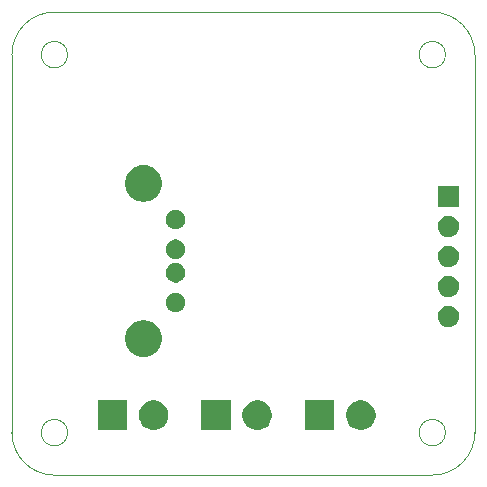
<source format=gbr>
%TF.GenerationSoftware,KiCad,Pcbnew,(5.1.5-0-10_14)*%
%TF.CreationDate,2020-09-17T17:23:34+02:00*%
%TF.ProjectId,power-routing,706f7765-722d-4726-9f75-74696e672e6b,rev?*%
%TF.SameCoordinates,Original*%
%TF.FileFunction,Soldermask,Bot*%
%TF.FilePolarity,Negative*%
%FSLAX46Y46*%
G04 Gerber Fmt 4.6, Leading zero omitted, Abs format (unit mm)*
G04 Created by KiCad (PCBNEW (5.1.5-0-10_14)) date 2020-09-17 17:23:34*
%MOMM*%
%LPD*%
G04 APERTURE LIST*
%ADD10C,0.050000*%
%ADD11C,0.150000*%
G04 APERTURE END LIST*
D10*
X189100000Y-109850000D02*
X189100000Y-77850000D01*
X224700000Y-113450000D02*
X192700000Y-113450000D01*
X228300000Y-77850000D02*
X228300000Y-109850000D01*
X192700000Y-74250000D02*
X224700000Y-74250000D01*
X189100000Y-77850000D02*
G75*
G02X192700000Y-74250000I3600000J0D01*
G01*
X192700000Y-113450000D02*
G75*
G02X189100000Y-109850000I0J3600000D01*
G01*
X228300000Y-109850000D02*
G75*
G02X224700000Y-113450000I-3600000J0D01*
G01*
X224700000Y-74250000D02*
G75*
G02X228300000Y-77850000I0J-3600000D01*
G01*
X225818034Y-109850000D02*
G75*
G03X225818034Y-109850000I-1118034J0D01*
G01*
X193818034Y-109850000D02*
G75*
G03X193818034Y-109850000I-1118034J0D01*
G01*
X225818034Y-77850000D02*
G75*
G03X225818034Y-77850000I-1118034J0D01*
G01*
X193818034Y-77850000D02*
G75*
G03X193818034Y-77850000I-1118034J0D01*
G01*
D11*
G36*
X219014903Y-107172075D02*
G01*
X219242571Y-107266378D01*
X219447466Y-107403285D01*
X219621715Y-107577534D01*
X219758622Y-107782429D01*
X219852925Y-108010097D01*
X219901000Y-108251787D01*
X219901000Y-108498213D01*
X219852925Y-108739903D01*
X219758622Y-108967571D01*
X219621715Y-109172466D01*
X219447466Y-109346715D01*
X219242571Y-109483622D01*
X219242570Y-109483623D01*
X219242569Y-109483623D01*
X219014903Y-109577925D01*
X218773214Y-109626000D01*
X218526786Y-109626000D01*
X218285097Y-109577925D01*
X218057431Y-109483623D01*
X218057430Y-109483623D01*
X218057429Y-109483622D01*
X217852534Y-109346715D01*
X217678285Y-109172466D01*
X217541378Y-108967571D01*
X217447075Y-108739903D01*
X217399000Y-108498213D01*
X217399000Y-108251787D01*
X217447075Y-108010097D01*
X217541378Y-107782429D01*
X217678285Y-107577534D01*
X217852534Y-107403285D01*
X218057429Y-107266378D01*
X218285097Y-107172075D01*
X218526786Y-107124000D01*
X218773214Y-107124000D01*
X219014903Y-107172075D01*
G37*
G36*
X216401000Y-109626000D02*
G01*
X213899000Y-109626000D01*
X213899000Y-107124000D01*
X216401000Y-107124000D01*
X216401000Y-109626000D01*
G37*
G36*
X210239903Y-107172075D02*
G01*
X210467571Y-107266378D01*
X210672466Y-107403285D01*
X210846715Y-107577534D01*
X210983622Y-107782429D01*
X211077925Y-108010097D01*
X211126000Y-108251787D01*
X211126000Y-108498213D01*
X211077925Y-108739903D01*
X210983622Y-108967571D01*
X210846715Y-109172466D01*
X210672466Y-109346715D01*
X210467571Y-109483622D01*
X210467570Y-109483623D01*
X210467569Y-109483623D01*
X210239903Y-109577925D01*
X209998214Y-109626000D01*
X209751786Y-109626000D01*
X209510097Y-109577925D01*
X209282431Y-109483623D01*
X209282430Y-109483623D01*
X209282429Y-109483622D01*
X209077534Y-109346715D01*
X208903285Y-109172466D01*
X208766378Y-108967571D01*
X208672075Y-108739903D01*
X208624000Y-108498213D01*
X208624000Y-108251787D01*
X208672075Y-108010097D01*
X208766378Y-107782429D01*
X208903285Y-107577534D01*
X209077534Y-107403285D01*
X209282429Y-107266378D01*
X209510097Y-107172075D01*
X209751786Y-107124000D01*
X209998214Y-107124000D01*
X210239903Y-107172075D01*
G37*
G36*
X207626000Y-109626000D02*
G01*
X205124000Y-109626000D01*
X205124000Y-107124000D01*
X207626000Y-107124000D01*
X207626000Y-109626000D01*
G37*
G36*
X201464903Y-107172075D02*
G01*
X201692571Y-107266378D01*
X201897466Y-107403285D01*
X202071715Y-107577534D01*
X202208622Y-107782429D01*
X202302925Y-108010097D01*
X202351000Y-108251787D01*
X202351000Y-108498213D01*
X202302925Y-108739903D01*
X202208622Y-108967571D01*
X202071715Y-109172466D01*
X201897466Y-109346715D01*
X201692571Y-109483622D01*
X201692570Y-109483623D01*
X201692569Y-109483623D01*
X201464903Y-109577925D01*
X201223214Y-109626000D01*
X200976786Y-109626000D01*
X200735097Y-109577925D01*
X200507431Y-109483623D01*
X200507430Y-109483623D01*
X200507429Y-109483622D01*
X200302534Y-109346715D01*
X200128285Y-109172466D01*
X199991378Y-108967571D01*
X199897075Y-108739903D01*
X199849000Y-108498213D01*
X199849000Y-108251787D01*
X199897075Y-108010097D01*
X199991378Y-107782429D01*
X200128285Y-107577534D01*
X200302534Y-107403285D01*
X200507429Y-107266378D01*
X200735097Y-107172075D01*
X200976786Y-107124000D01*
X201223214Y-107124000D01*
X201464903Y-107172075D01*
G37*
G36*
X198851000Y-109626000D02*
G01*
X196349000Y-109626000D01*
X196349000Y-107124000D01*
X198851000Y-107124000D01*
X198851000Y-109626000D01*
G37*
G36*
X200552585Y-100373802D02*
G01*
X200702410Y-100403604D01*
X200984674Y-100520521D01*
X201238705Y-100690259D01*
X201454741Y-100906295D01*
X201624479Y-101160326D01*
X201741396Y-101442590D01*
X201801000Y-101742240D01*
X201801000Y-102047760D01*
X201741396Y-102347410D01*
X201624479Y-102629674D01*
X201454741Y-102883705D01*
X201238705Y-103099741D01*
X200984674Y-103269479D01*
X200702410Y-103386396D01*
X200552585Y-103416198D01*
X200402761Y-103446000D01*
X200097239Y-103446000D01*
X199947415Y-103416198D01*
X199797590Y-103386396D01*
X199515326Y-103269479D01*
X199261295Y-103099741D01*
X199045259Y-102883705D01*
X198875521Y-102629674D01*
X198758604Y-102347410D01*
X198699000Y-102047760D01*
X198699000Y-101742240D01*
X198758604Y-101442590D01*
X198875521Y-101160326D01*
X199045259Y-100906295D01*
X199261295Y-100690259D01*
X199515326Y-100520521D01*
X199797590Y-100403604D01*
X199947415Y-100373802D01*
X200097239Y-100344000D01*
X200402761Y-100344000D01*
X200552585Y-100373802D01*
G37*
G36*
X226163512Y-99113927D02*
G01*
X226312812Y-99143624D01*
X226476784Y-99211544D01*
X226624354Y-99310147D01*
X226749853Y-99435646D01*
X226848456Y-99583216D01*
X226916376Y-99747188D01*
X226951000Y-99921259D01*
X226951000Y-100098741D01*
X226916376Y-100272812D01*
X226848456Y-100436784D01*
X226749853Y-100584354D01*
X226624354Y-100709853D01*
X226476784Y-100808456D01*
X226312812Y-100876376D01*
X226163512Y-100906073D01*
X226138742Y-100911000D01*
X225961258Y-100911000D01*
X225936488Y-100906073D01*
X225787188Y-100876376D01*
X225623216Y-100808456D01*
X225475646Y-100709853D01*
X225350147Y-100584354D01*
X225251544Y-100436784D01*
X225183624Y-100272812D01*
X225149000Y-100098741D01*
X225149000Y-99921259D01*
X225183624Y-99747188D01*
X225251544Y-99583216D01*
X225350147Y-99435646D01*
X225475646Y-99310147D01*
X225623216Y-99211544D01*
X225787188Y-99143624D01*
X225936488Y-99113927D01*
X225961258Y-99109000D01*
X226138742Y-99109000D01*
X226163512Y-99113927D01*
G37*
G36*
X203200935Y-98030742D02*
G01*
X203351258Y-98093008D01*
X203486545Y-98183404D01*
X203601596Y-98298455D01*
X203691992Y-98433742D01*
X203754258Y-98584065D01*
X203786000Y-98743646D01*
X203786000Y-98906354D01*
X203754258Y-99065935D01*
X203691992Y-99216258D01*
X203601596Y-99351545D01*
X203486545Y-99466596D01*
X203351258Y-99556992D01*
X203200935Y-99619258D01*
X203041354Y-99651000D01*
X202878646Y-99651000D01*
X202719065Y-99619258D01*
X202568742Y-99556992D01*
X202433455Y-99466596D01*
X202318404Y-99351545D01*
X202228008Y-99216258D01*
X202165742Y-99065935D01*
X202134000Y-98906354D01*
X202134000Y-98743646D01*
X202165742Y-98584065D01*
X202228008Y-98433742D01*
X202318404Y-98298455D01*
X202433455Y-98183404D01*
X202568742Y-98093008D01*
X202719065Y-98030742D01*
X202878646Y-97999000D01*
X203041354Y-97999000D01*
X203200935Y-98030742D01*
G37*
G36*
X226163512Y-96573927D02*
G01*
X226312812Y-96603624D01*
X226476784Y-96671544D01*
X226624354Y-96770147D01*
X226749853Y-96895646D01*
X226848456Y-97043216D01*
X226916376Y-97207188D01*
X226951000Y-97381259D01*
X226951000Y-97558741D01*
X226916376Y-97732812D01*
X226848456Y-97896784D01*
X226749853Y-98044354D01*
X226624354Y-98169853D01*
X226476784Y-98268456D01*
X226312812Y-98336376D01*
X226163512Y-98366073D01*
X226138742Y-98371000D01*
X225961258Y-98371000D01*
X225936488Y-98366073D01*
X225787188Y-98336376D01*
X225623216Y-98268456D01*
X225475646Y-98169853D01*
X225350147Y-98044354D01*
X225251544Y-97896784D01*
X225183624Y-97732812D01*
X225149000Y-97558741D01*
X225149000Y-97381259D01*
X225183624Y-97207188D01*
X225251544Y-97043216D01*
X225350147Y-96895646D01*
X225475646Y-96770147D01*
X225623216Y-96671544D01*
X225787188Y-96603624D01*
X225936488Y-96573927D01*
X225961258Y-96569000D01*
X226138742Y-96569000D01*
X226163512Y-96573927D01*
G37*
G36*
X203200935Y-95530742D02*
G01*
X203351258Y-95593008D01*
X203486545Y-95683404D01*
X203601596Y-95798455D01*
X203691992Y-95933742D01*
X203754258Y-96084065D01*
X203786000Y-96243646D01*
X203786000Y-96406354D01*
X203754258Y-96565935D01*
X203691992Y-96716258D01*
X203601596Y-96851545D01*
X203486545Y-96966596D01*
X203351258Y-97056992D01*
X203200935Y-97119258D01*
X203041354Y-97151000D01*
X202878646Y-97151000D01*
X202719065Y-97119258D01*
X202568742Y-97056992D01*
X202433455Y-96966596D01*
X202318404Y-96851545D01*
X202228008Y-96716258D01*
X202165742Y-96565935D01*
X202134000Y-96406354D01*
X202134000Y-96243646D01*
X202165742Y-96084065D01*
X202228008Y-95933742D01*
X202318404Y-95798455D01*
X202433455Y-95683404D01*
X202568742Y-95593008D01*
X202719065Y-95530742D01*
X202878646Y-95499000D01*
X203041354Y-95499000D01*
X203200935Y-95530742D01*
G37*
G36*
X226163512Y-94033927D02*
G01*
X226312812Y-94063624D01*
X226476784Y-94131544D01*
X226624354Y-94230147D01*
X226749853Y-94355646D01*
X226848456Y-94503216D01*
X226916376Y-94667188D01*
X226951000Y-94841259D01*
X226951000Y-95018741D01*
X226916376Y-95192812D01*
X226848456Y-95356784D01*
X226749853Y-95504354D01*
X226624354Y-95629853D01*
X226476784Y-95728456D01*
X226312812Y-95796376D01*
X226163512Y-95826073D01*
X226138742Y-95831000D01*
X225961258Y-95831000D01*
X225936488Y-95826073D01*
X225787188Y-95796376D01*
X225623216Y-95728456D01*
X225475646Y-95629853D01*
X225350147Y-95504354D01*
X225251544Y-95356784D01*
X225183624Y-95192812D01*
X225149000Y-95018741D01*
X225149000Y-94841259D01*
X225183624Y-94667188D01*
X225251544Y-94503216D01*
X225350147Y-94355646D01*
X225475646Y-94230147D01*
X225623216Y-94131544D01*
X225787188Y-94063624D01*
X225936488Y-94033927D01*
X225961258Y-94029000D01*
X226138742Y-94029000D01*
X226163512Y-94033927D01*
G37*
G36*
X203200935Y-93530742D02*
G01*
X203351258Y-93593008D01*
X203486545Y-93683404D01*
X203601596Y-93798455D01*
X203691992Y-93933742D01*
X203754258Y-94084065D01*
X203786000Y-94243646D01*
X203786000Y-94406354D01*
X203754258Y-94565935D01*
X203691992Y-94716258D01*
X203601596Y-94851545D01*
X203486545Y-94966596D01*
X203351258Y-95056992D01*
X203200935Y-95119258D01*
X203041354Y-95151000D01*
X202878646Y-95151000D01*
X202719065Y-95119258D01*
X202568742Y-95056992D01*
X202433455Y-94966596D01*
X202318404Y-94851545D01*
X202228008Y-94716258D01*
X202165742Y-94565935D01*
X202134000Y-94406354D01*
X202134000Y-94243646D01*
X202165742Y-94084065D01*
X202228008Y-93933742D01*
X202318404Y-93798455D01*
X202433455Y-93683404D01*
X202568742Y-93593008D01*
X202719065Y-93530742D01*
X202878646Y-93499000D01*
X203041354Y-93499000D01*
X203200935Y-93530742D01*
G37*
G36*
X226163512Y-91493927D02*
G01*
X226312812Y-91523624D01*
X226476784Y-91591544D01*
X226624354Y-91690147D01*
X226749853Y-91815646D01*
X226848456Y-91963216D01*
X226916376Y-92127188D01*
X226951000Y-92301259D01*
X226951000Y-92478741D01*
X226916376Y-92652812D01*
X226848456Y-92816784D01*
X226749853Y-92964354D01*
X226624354Y-93089853D01*
X226476784Y-93188456D01*
X226312812Y-93256376D01*
X226163512Y-93286073D01*
X226138742Y-93291000D01*
X225961258Y-93291000D01*
X225936488Y-93286073D01*
X225787188Y-93256376D01*
X225623216Y-93188456D01*
X225475646Y-93089853D01*
X225350147Y-92964354D01*
X225251544Y-92816784D01*
X225183624Y-92652812D01*
X225149000Y-92478741D01*
X225149000Y-92301259D01*
X225183624Y-92127188D01*
X225251544Y-91963216D01*
X225350147Y-91815646D01*
X225475646Y-91690147D01*
X225623216Y-91591544D01*
X225787188Y-91523624D01*
X225936488Y-91493927D01*
X225961258Y-91489000D01*
X226138742Y-91489000D01*
X226163512Y-91493927D01*
G37*
G36*
X203200935Y-91030742D02*
G01*
X203351258Y-91093008D01*
X203486545Y-91183404D01*
X203601596Y-91298455D01*
X203691992Y-91433742D01*
X203754258Y-91584065D01*
X203786000Y-91743646D01*
X203786000Y-91906354D01*
X203754258Y-92065935D01*
X203691992Y-92216258D01*
X203601596Y-92351545D01*
X203486545Y-92466596D01*
X203351258Y-92556992D01*
X203200935Y-92619258D01*
X203041354Y-92651000D01*
X202878646Y-92651000D01*
X202719065Y-92619258D01*
X202568742Y-92556992D01*
X202433455Y-92466596D01*
X202318404Y-92351545D01*
X202228008Y-92216258D01*
X202165742Y-92065935D01*
X202134000Y-91906354D01*
X202134000Y-91743646D01*
X202165742Y-91584065D01*
X202228008Y-91433742D01*
X202318404Y-91298455D01*
X202433455Y-91183404D01*
X202568742Y-91093008D01*
X202719065Y-91030742D01*
X202878646Y-90999000D01*
X203041354Y-90999000D01*
X203200935Y-91030742D01*
G37*
G36*
X226951000Y-90751000D02*
G01*
X225149000Y-90751000D01*
X225149000Y-88949000D01*
X226951000Y-88949000D01*
X226951000Y-90751000D01*
G37*
G36*
X200552585Y-87233802D02*
G01*
X200702410Y-87263604D01*
X200984674Y-87380521D01*
X201238705Y-87550259D01*
X201454741Y-87766295D01*
X201624479Y-88020326D01*
X201741396Y-88302590D01*
X201801000Y-88602240D01*
X201801000Y-88907760D01*
X201741396Y-89207410D01*
X201624479Y-89489674D01*
X201454741Y-89743705D01*
X201238705Y-89959741D01*
X200984674Y-90129479D01*
X200702410Y-90246396D01*
X200552585Y-90276198D01*
X200402761Y-90306000D01*
X200097239Y-90306000D01*
X199947415Y-90276198D01*
X199797590Y-90246396D01*
X199515326Y-90129479D01*
X199261295Y-89959741D01*
X199045259Y-89743705D01*
X198875521Y-89489674D01*
X198758604Y-89207410D01*
X198699000Y-88907760D01*
X198699000Y-88602240D01*
X198758604Y-88302590D01*
X198875521Y-88020326D01*
X199045259Y-87766295D01*
X199261295Y-87550259D01*
X199515326Y-87380521D01*
X199797590Y-87263604D01*
X199947415Y-87233802D01*
X200097239Y-87204000D01*
X200402761Y-87204000D01*
X200552585Y-87233802D01*
G37*
M02*

</source>
